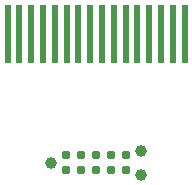
<source format=gbr>
%TF.GenerationSoftware,KiCad,Pcbnew,8.0.5*%
%TF.CreationDate,2025-05-24T22:45:15-04:00*%
%TF.ProjectId,tcg_counter,7463675f-636f-4756-9e74-65722e6b6963,1*%
%TF.SameCoordinates,Original*%
%TF.FileFunction,Soldermask,Top*%
%TF.FilePolarity,Negative*%
%FSLAX46Y46*%
G04 Gerber Fmt 4.6, Leading zero omitted, Abs format (unit mm)*
G04 Created by KiCad (PCBNEW 8.0.5) date 2025-05-24 22:45:15*
%MOMM*%
%LPD*%
G01*
G04 APERTURE LIST*
%ADD10R,0.500000X5.000000*%
%ADD11C,0.990600*%
%ADD12C,0.787400*%
G04 APERTURE END LIST*
D10*
%TO.C,U2*%
X134000000Y-115700000D03*
X135000000Y-115700000D03*
X136000000Y-115700000D03*
X137000000Y-115700000D03*
X138000000Y-115700000D03*
X139000000Y-115700000D03*
X140000000Y-115700000D03*
X141000000Y-115700000D03*
X142000000Y-115700000D03*
X143000000Y-115700000D03*
X144000000Y-115700000D03*
X145000000Y-115700000D03*
X146000000Y-115700000D03*
X147000000Y-115700000D03*
X148000000Y-115700000D03*
X149000000Y-115700000D03*
%TD*%
D11*
%TO.C,P1*%
X137690000Y-126635000D03*
X145310000Y-125619000D03*
X145310000Y-127651000D03*
D12*
X138960000Y-127270000D03*
X140230000Y-127270000D03*
X141500000Y-127270000D03*
X142770000Y-127270000D03*
X144040000Y-127270000D03*
X144040000Y-126000000D03*
X142770000Y-126000000D03*
X141500000Y-126000000D03*
X140230000Y-126000000D03*
X138960000Y-126000000D03*
%TD*%
M02*

</source>
